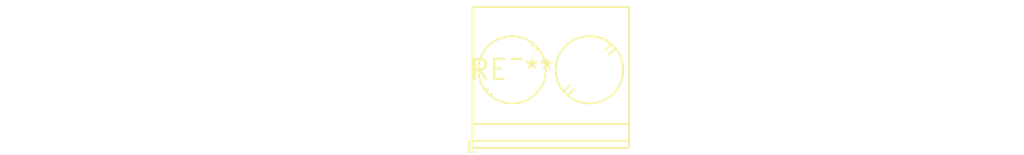
<source format=kicad_pcb>
(kicad_pcb (version 20240108) (generator pcbnew)
  (layers (0 "F.Cu" signal) (31 "B.Cu" signal) (34 "B.Paste" user) (35 "F.Paste" user) (36 "B.SilkS" user "B.Silkscreen") (37 "F.SilkS" user "F.Silkscreen") (38 "B.Mask" user) (39 "F.Mask" user) (44 "Edge.Cuts" user))
  (net 0 "")
  (footprint "TerminalBlock_Phoenix_PT-1,5-2-5.0-H_1x02_P5.00mm_Horizontal" (layer "F.Cu") (at 0 0)
    (property "Reference" "REF**")
    (property "Value" "TerminalBlock_Phoenix_PT-1,5-2-5.0-H_1x02_P5.00mm_Horizontal")
    (fp_line (start -2.8 4.66) (end -2.8 5.3) (layer "F.SilkS") (stroke (width 0.12)))
    (fp_line (start -2.8 5.3) (end -2.4 5.3) (layer "F.SilkS") (stroke (width 0.12)))
    (fp_line (start -2.56 -4.06) (end -2.56 5.06) (layer "F.SilkS") (stroke (width 0.12)))
    (fp_line (start -2.56 -4.06) (end 7.56 -4.06) (layer "F.SilkS") (stroke (width 0.12)))
    (fp_line (start -2.56 3.5) (end 7.56 3.5) (layer "F.SilkS") (stroke (width 0.12)))
    (fp_line (start -2.56 4.6) (end 7.56 4.6) (layer "F.SilkS") (stroke (width 0.12)))
    (fp_line (start -2.56 5.06) (end 7.56 5.06) (layer "F.SilkS") (stroke (width 0.12)))
    (fp_line (start -1.548 1.281) (end -1.654 1.388) (layer "F.SilkS") (stroke (width 0.12)))
    (fp_line (start -1.282 1.547) (end -1.388 1.654) (layer "F.SilkS") (stroke (width 0.12)))
    (fp_line (start 1.388 -1.654) (end 1.281 -1.547) (layer "F.SilkS") (stroke (width 0.12)))
    (fp_line (start 1.654 -1.388) (end 1.547 -1.281) (layer "F.SilkS") (stroke (width 0.12)))
    (fp_line (start 3.742 0.992) (end 3.347 1.388) (layer "F.SilkS") (stroke (width 0.12)))
    (fp_line (start 3.993 1.274) (end 3.613 1.654) (layer "F.SilkS") (stroke (width 0.12)))
    (fp_line (start 6.388 -1.654) (end 6.008 -1.274) (layer "F.SilkS") (stroke (width 0.12)))
    (fp_line (start 6.654 -1.388) (end 6.259 -0.992) (layer "F.SilkS") (stroke (width 0.12)))
    (fp_line (start 7.56 -4.06) (end 7.56 5.06) (layer "F.SilkS") (stroke (width 0.12)))
    (fp_circle (center 0 0) (end 2.18 0) (layer "F.SilkS") (stroke (width 0.12)) (fill none))
    (fp_circle (center 5 0) (end 7.18 0) (layer "F.SilkS") (stroke (width 0.12)) (fill none))
    (pad "1" thru_hole rect (at 0 0) (size 2.6 2.6) (drill 1.3) (layers *.Cu *.Mask) (remove_unused_layers))
    (pad "2" thru_hole circle (at 5 0) (size 2.6 2.6) (drill 1.3) (layers *.Cu *.Mask) (remove_unused_layers))
  )
)
</source>
